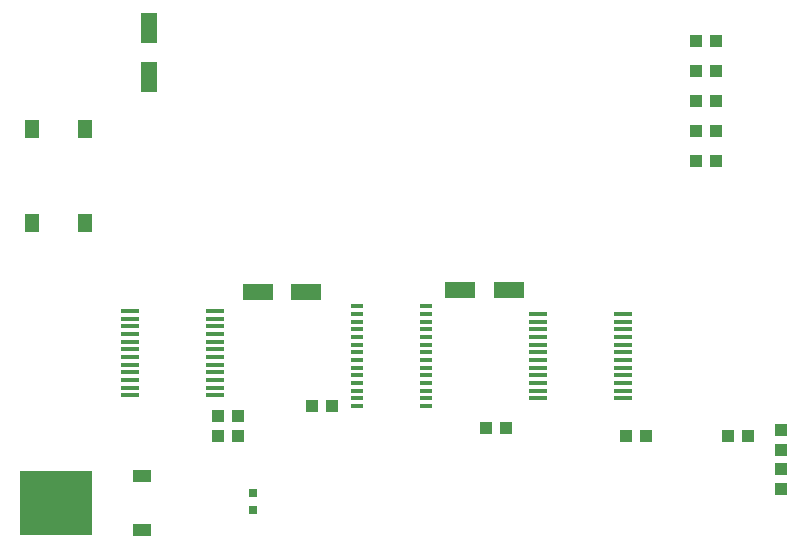
<source format=gtp>
G75*
%MOIN*%
%OFA0B0*%
%FSLAX24Y24*%
%IPPOS*%
%LPD*%
%AMOC8*
5,1,8,0,0,1.08239X$1,22.5*
%
%ADD10R,0.0591X0.0157*%
%ADD11R,0.0390X0.0120*%
%ADD12R,0.0551X0.1024*%
%ADD13R,0.2441X0.2126*%
%ADD14R,0.0630X0.0394*%
%ADD15R,0.0315X0.0315*%
%ADD16R,0.0433X0.0394*%
%ADD17R,0.1024X0.0551*%
%ADD18R,0.0394X0.0433*%
%ADD19R,0.0512X0.0610*%
D10*
X007025Y005693D03*
X007025Y005948D03*
X007025Y006204D03*
X007025Y006460D03*
X007025Y006716D03*
X007025Y006972D03*
X007025Y007228D03*
X007025Y007484D03*
X007025Y007740D03*
X007025Y007996D03*
X007025Y008252D03*
X007025Y008507D03*
X009880Y008507D03*
X009880Y008252D03*
X009880Y007996D03*
X009880Y007740D03*
X009880Y007484D03*
X009880Y007228D03*
X009880Y006972D03*
X009880Y006716D03*
X009880Y006460D03*
X009880Y006204D03*
X009880Y005948D03*
X009880Y005693D03*
X020625Y005593D03*
X020625Y005848D03*
X020625Y006104D03*
X020625Y006360D03*
X020625Y006616D03*
X020625Y006872D03*
X020625Y007128D03*
X020625Y007384D03*
X020625Y007640D03*
X020625Y007896D03*
X020625Y008152D03*
X020625Y008407D03*
X023480Y008407D03*
X023480Y008152D03*
X023480Y007896D03*
X023480Y007640D03*
X023480Y007384D03*
X023480Y007128D03*
X023480Y006872D03*
X023480Y006616D03*
X023480Y006360D03*
X023480Y006104D03*
X023480Y005848D03*
X023480Y005593D03*
D11*
X016901Y005593D03*
X016901Y005848D03*
X016901Y006104D03*
X016901Y006360D03*
X016901Y006616D03*
X016901Y006872D03*
X016901Y007128D03*
X016901Y007384D03*
X016901Y007640D03*
X016901Y007896D03*
X016901Y008152D03*
X016901Y008407D03*
X016901Y008663D03*
X014604Y008663D03*
X014604Y008407D03*
X014604Y008152D03*
X014604Y007896D03*
X014604Y007640D03*
X014604Y007384D03*
X014604Y007128D03*
X014604Y006872D03*
X014604Y006616D03*
X014604Y006360D03*
X014604Y006104D03*
X014604Y005848D03*
X014604Y005593D03*
X014604Y005337D03*
X016901Y005337D03*
D12*
X007662Y016313D03*
X007662Y017927D03*
D13*
X004568Y002100D03*
D14*
X007442Y001202D03*
X007442Y002998D03*
D15*
X011152Y002445D03*
X011152Y001855D03*
D16*
X010637Y004330D03*
X009968Y004330D03*
X009968Y004990D03*
X010637Y004990D03*
X013118Y005330D03*
X013787Y005330D03*
X018918Y004600D03*
X019587Y004600D03*
X023568Y004350D03*
X024237Y004350D03*
X026968Y004350D03*
X027637Y004350D03*
X026587Y013500D03*
X025918Y013500D03*
X025918Y014500D03*
X026587Y014500D03*
X026587Y015500D03*
X025918Y015500D03*
X025918Y016500D03*
X026587Y016500D03*
X026587Y017500D03*
X025918Y017500D03*
D17*
X019659Y009200D03*
X018045Y009200D03*
X012909Y009150D03*
X011295Y009150D03*
D18*
X028752Y004535D03*
X028752Y003865D03*
X028752Y003235D03*
X028752Y002565D03*
D19*
X005538Y011435D03*
X003767Y011435D03*
X003767Y014565D03*
X005538Y014565D03*
M02*

</source>
